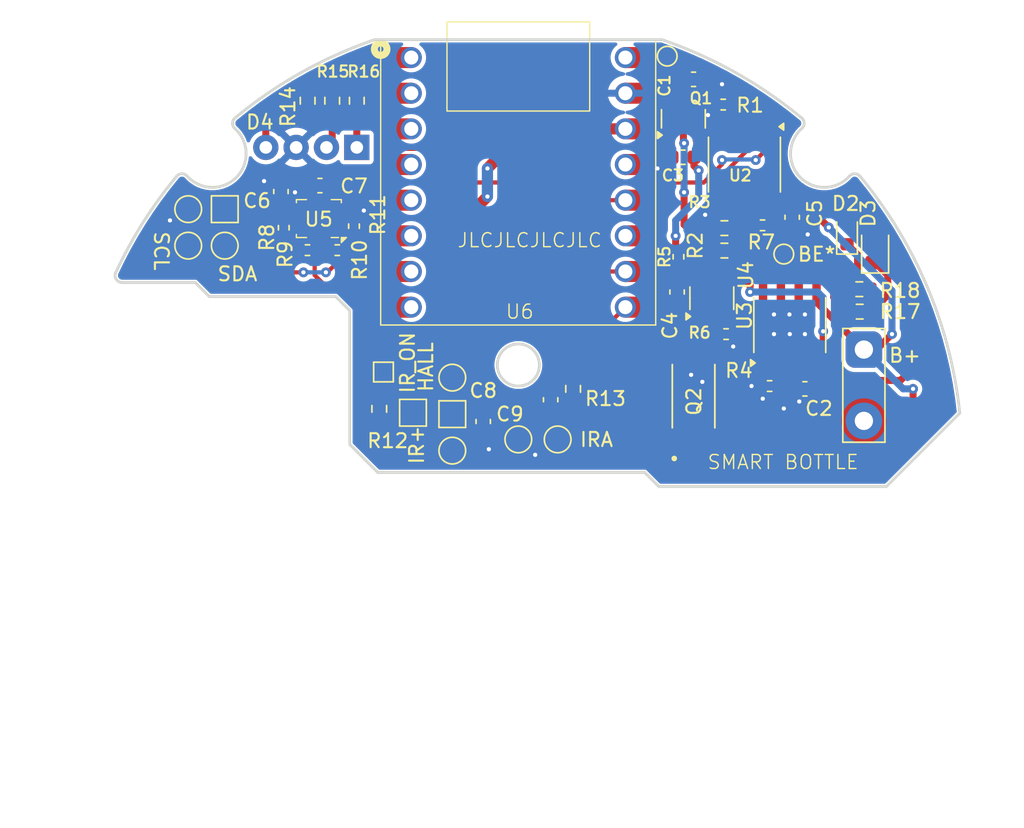
<source format=kicad_pcb>
(kicad_pcb (version 20241229) (generator "pcbnew") (generator_version "9.0")
  (layers (0 "F.Cu" signal) (2 "B.Cu" power) (13 "F.Paste" user) (15 "B.Paste" user) (5 "F.SilkS" user "F.Silkscreen") (7 "B.SilkS" user "B.Silkscreen") (1 "F.Mask" user) (3 "B.Mask" user) (25 "Edge.Cuts" user))
  (net 0 "")
  (net 1 "Vin")
  (net 2 "GND")
  (net 3 "+BATT")
  (net 4 "-BATT")
  (net 5 "Net-(U4-VCC)")
  (net 6 "+3.3V")
  (net 7 "Net-(D2-K)")
  (net 8 "Net-(D3-K)")
  (net 9 "IMU_SDA")
  (net 10 "IMU_SCL")
  (net 11 "Batt_En")
  (net 12 "IR_ON")
  (net 13 "Batt_En*")
  (net 14 "IR_ADC")
  (net 15 "Hall_Out")
  (net 17 "Net-(U4-OD)")
  (net 18 "Net-(U4-OC)")
  (net 20 "VCC_Sense")
  (net 21 "Net-(U3-PROG)")
  (net 22 "Net-(U4-CS)")
  (net 23 "Net-(U5-CSB)")
  (net 24 "ADR")
  (net 25 "PWM_R")
  (net 26 "PWM_G")
  (net 27 "PWM_B")
  (net 28 "Net-(U3-~{STDBY})")
  (net 29 "Net-(U3-~{CHRG})")
  (net 33 "IMU_INT1")
  (net 43 "/IR")
  (net 44 "Net-(D4-BA)")
  (net 45 "Net-(D4-GA)")
  (net 46 "Net-(D4-RA)")
  (footprint "Capacitor_SMD:C_0603_1608Metric" (layer "F.Cu") (at 157.5 78.925 -90)
    (property "Reference" "C8")
    (property "Value" "100n")
  )
  (footprint "TestPoint:TestPoint_Pad_D1.5mm" (layer "F.Cu") (at 155.3 81)
    (property "Reference" "J22" (hide yes))
    (property "Value" "Conn_01x01_Pin")
  )
  (footprint "Capacitor_SMD:C_0603_1608Metric" (layer "F.Cu") (at 180.4 76.6)
    (property "Reference" "C2")
    (property "Value" "100n")
  )
  (footprint "Resistor_SMD:R_0603_1608Metric" (layer "F.Cu") (at 148.5 56.075 -90)
    (property "Reference" "R16")
    (property "Value" "220")
  )
  (footprint "Resistor_SMD:R_0402_1005Metric" (layer "F.Cu") (at 143.3 65.12 90)
    (property "Reference" "R8")
    (property "Value" "100k")
  )
  (footprint "Package_TO_SOT_SMD:SOT-23-6" (layer "F.Cu") (at 173.775 70.1425 90)
    (property "Reference" "U4")
    (property "Value" "DW01A")
  )
  (footprint "Resistor_SMD:R_0402_1005Metric" (layer "F.Cu") (at 148.3 65.01 -90)
    (property "Reference" "R11")
    (property "Value" "100k")
  )
  (footprint "Capacitor_SMD:C_0603_1608Metric" (layer "F.Cu") (at 145.875 62.12 180)
    (property "Reference" "C7")
    (property "Value" "100n")
  )
  (footprint "TestPoint:TestPoint_Pad_D1.5mm" (layer "F.Cu") (at 155.3 75.8)
    (property "Reference" "J23" (hide yes))
    (property "Value" "Conn_01x01_Pin")
  )
  (footprint "TestPoint:TestPoint_Pad_D1.5mm" (layer "F.Cu") (at 136.5 63.8 180)
    (property "Reference" "J19" (hide yes))
    (property "Value" "Conn_01x01_Pin")
  )
  (footprint "LED_SMD:LED_0805_2012Metric" (layer "F.Cu") (at 185.4 66.6625 90)
    (property "Reference" "D3")
    (property "Value" "GREEN_LED")
  )
  (footprint "Resistor_SMD:R_0402_1005Metric" (layer "F.Cu") (at 174.585 56.35 180)
    (property "Reference" "R1")
    (property "Value" "100k")
  )
  (footprint "Package_LGA:Bosch_LGA-14_3x2.5mm_P0.5mm" (layer "F.Cu") (at 145.8 64.47 180)
    (property "Reference" "U5")
    (property "Value" "BMI270")
  )
  (footprint "TestPoint:TestPoint_Pad_D1.5mm" (layer "F.Cu") (at 139.1 66.4 180)
    (property "Reference" "J4" (hide yes))
    (property "Value" "Conn_01x01_Pin")
  )
  (footprint "TestPoint:TestPoint_Pad_1.5x1.5mm" (layer "F.Cu") (at 155.3 78.4)
    (property "Reference" "J21" (hide yes))
    (property "Value" "Conn_01x01_Pin")
  )
  (footprint "TestPoint:TestPoint_Pad_1.0x1.0mm" (layer "F.Cu") (at 150.4 75.4)
    (property "Reference" "J7" (hide yes))
    (property "Value" "Conn_01x01_Pin")
  )
  (footprint "Resistor_SMD:R_0402_1005Metric" (layer "F.Cu") (at 147.11 66.72)
    (property "Reference" "R10")
    (property "Value" "2k2")
  )
  (footprint "Resistor_SMD:R_0603_1608Metric" (layer "F.Cu") (at 174.67 66.75)
    (property "Reference" "R2")
    (property "Value" "2k2")
  )
  (footprint "Resistor_SMD:R_0603_1608Metric" (layer "F.Cu") (at 163.9 76.6 -90)
    (property "Reference" "R13")
    (property "Value" "10k")
  )
  (footprint "Resistor_SMD:R_0402_1005Metric" (layer "F.Cu") (at 174.79 72.7)
    (property "Reference" "R6")
    (property "Value" "1k")
  )
  (footprint "TestPoint:TestPoint_2Pads_Pitch5.08mm_Drill1.3mm" (layer "F.Cu") (at 184.6 73.8 -90)
    (property "Reference" "J1")
    (property "Value" "Battery_Connector")
  )
  (footprint "TestPoint:TestPoint_Pad_1.5x1.5mm" (layer "F.Cu") (at 152.5 78.3)
    (property "Reference" "J8" (hide yes))
    (property "Value" "Conn_01x01_Pin")
  )
  (footprint "TestPoint:TestPoint_Pad_D1.5mm" (layer "F.Cu") (at 160 80.2)
    (property "Reference" "J25" (hide yes))
    (property "Value" "Conn_01x01_Pin")
  )
  (footprint "Capacitor_SMD:C_0603_1608Metric" (layer "F.Cu") (at 172.475 54.55)
    (property "Reference" "C1")
    (property "Value" "10u")
  )
  (footprint "LED_SMD:LED_0603_1608Metric" (layer "F.Cu") (at 183.4 65.5125 90)
    (property "Reference" "D2")
    (property "Value" "RED_LED")
  )
  (footprint "TestPoint:TestPoint_Pad_D1.0mm" (layer "F.Cu") (at 170.6 52.9)
    (property "Reference" "J12" (hide yes))
    (property "Value" "Conn_01x01_Pin")
  )
  (footprint "Package_SO:SOIC-8-1EP_3.9x4.9mm_P1.27mm_EP2.41x3.3mm" (layer "F.Cu") (at 179.325 72.055 90)
    (property "Reference" "U3")
    (property "Value" "TP4056-42-ESOP8")
  )
  (footprint "Package_TO_SOT_SMD:SOT-23" (layer "F.Cu") (at 171.75 57.3625 90)
    (property "Reference" "Q1")
    (property "Value" "AO3400A")
  )
  (footprint "Resistor_SMD:R_0603_1608Metric" (layer "F.Cu") (at 184.275 69.5 180)
    (property "Reference" "R18")
    (property "Value" "1k")
  )
  (footprint "LED_THT:LED_D5.0mm-4_RGB_Wide_Pins_Bend_Horizontally" (layer "F.Cu") (at 148.5 59.4 180)
    (property "Reference" "D4")
    (property "Value" "LED_BGKR")
  )
  (footprint "Capacitor_SMD:C_0603_1608Metric" (layer "F.Cu") (at 171.725 60.1 180)
    (property "Reference" "C3")
    (property "Value" "10u")
  )
  (footprint "Resistor_SMD:R_0603_1608Metric" (layer "F.Cu") (at 146.75 56.075 -90)
    (property "Reference" "R15")
    (property "Value" "220")
  )
  (footprint "Resistor_SMD:R_0402_1005Metric" (layer "F.Cu") (at 144.99 66.72 180)
    (property "Reference" "R9")
    (property "Value" "2k2")
  )
  (footprint "Resistor_SMD:R_0603_1608Metric" (layer "F.Cu") (at 145 56.075 -90)
    (property "Reference" "R14")
    (property "Value" "220")
  )
  (footprint "TestPoint:TestPoint_Pad_D1.5mm" (layer "F.Cu") (at 136.5 66.4 180)
    (property "Reference" "J3" (hide yes))
    (property "Value" "Conn_01x01_Pin")
  )
  (footprint "Capacitor_SMD:C_0603_1608Metric" (layer "F.Cu") (at 179.495 64.375 -90)
    (property "Reference" "C5")
    (property "Value" "100n")
  )
  (footprint "Capacitor_SMD:C_0603_1608Metric" (layer "F.Cu") (at 171.3 69.7 90)
    (property "Reference" "C4")
    (property "Value" "100n")
  )
  (footprint "Resistor_SMD:R_0603_1608Metric" (layer "F.Cu") (at 150.1 78.025 -90)
    (property "Reference" "R12")
    (property "Value" "150")
  )
  (footprint "TestPoint:TestPoint_Pad_D1.0mm" (layer "F.Cu") (at 178.9 67)
    (property "Reference" "J9" (hide yes))
    (property "Value" "Conn_01x01_Pin")
  )
  (footprint "Package_SO:SOIC-8_3.9x4.9mm_P1.27mm" (layer "F.Cu") (at 176.095 60.625 -90)
    (property "Reference" "U2")
    (property "Value" "LM393")
  )
  (footprint "Resistor_SMD:R_0603_1608Metric" (layer "F.Cu") (at 174.67 65.15 180)
    (property "Reference" "R3")
    (property "Value" "82k")
  )
  (footprint "MyLibrary:ESP32_C3_SuperMini" (layer "F.Cu") (at 160 65.7)
    (property "Reference" "U6")
    (property "Value" "ESP32_C3_SuperMini")
  )
  (footprint "Resistor_SMD:R_0402_1005Metric" (layer "F.Cu") (at 177.89 76.4 180)
    (property "Reference" "R4")
    (property "Value" "2k")
  )
  (footprint "Resistor_SMD:R_0402_1005Metric" (layer "F.Cu") (at 171.4 67.19 -90)
    (property "Reference" "R5")
    (property "Value" "100")
  )
  (footprint "TestPoint:TestPoint_Pad_1.5x1.5mm" (layer "F.Cu") (at 139.1 63.8 180)
    (property "Reference" "J18" (hide yes))
    (property "Value" "Conn_01x01_Pin")
  )
  (footprint "Resistor_SMD:R_0603_1608Metric" (layer "F.Cu") (at 184.3 71.1 180)
    (property "Reference" "R17")
    (property "Value" "1k")
  )
  (footprint "Capacitor_SMD:C_0603_1608Metric" (layer "F.Cu") (at 143.1 62.545 90)
    (property "Reference" "C6")
    (property "Value" "100n")
  )
  (footprint "Resistor_SMD:R_0402_1005Metric" (layer "F.Cu") (at 177.385 64.95)
    (property "Reference" "R7")
    (property "Value" "100k")
  )
  (footprint "TestPoint:TestPoint_Pad_D1.5mm" (layer "F.Cu") (at 162.8 80.2)
    (property "Reference" "J24" (hide yes))
    (property "Value" "Conn_01x01_Pin")
  )
  (footprint "MyLibrary:FS8205A" (layer "F.Cu") (at 172.475 77.12 90)
    (property "Reference" "Q2")
    (property "Value" "FS8205A")
  )
  (footprint "Capacitor_SMD:C_0603_1608Metric" (layer "F.Cu") (at 162.3 77.375 -90)
    (property "Reference" "C9")
    (property "Value" "10u")
  )
  (gr_arc (start 184.32779 61.458528) (mid 189.126142 69.368939) (end 191.42771 78.330049) (stroke (width 0.2)) (layer "Edge.Cuts"))
  (gr_line (start 147.000054 70.02586) (end 148.000054 71.02586) (stroke (width 0.2)) (layer "Edge.Cuts"))
  (gr_line (start 131.793654 69.02586) (end 137.000054 69.02586) (stroke (width 0.2)) (layer "Edge.Cuts"))
  (gr_arc (start 139.832722 57.298124) (mid 144.550604 54.060041) (end 149.775085 51.72586) (stroke (width 0.2)) (layer "Edge.Cuts"))
  (gr_arc (start 183.56977 61.444757) (mid 180.081993 61.544012) (end 180.181157 58.056144) (stroke (width 0.2)) (layer "Edge.Cuts"))
  (gr_line (start 148.000054 71.02586) (end 148.000054 80.557709) (stroke (width 0.2)) (layer "Edge.Cuts"))
  (gr_arc (start 183.56977 61.444757) (mid 183.951955 61.277705) (end 184.32779 61.458528) (stroke (width 0.2)) (layer "Edge.Cuts"))
  (gr_circle (center 160.000054 74.9) (end 161.500054 74.9) (stroke (width 0.2)) (fill no) (layer "Edge.Cuts"))
  (gr_arc (start 139.818951 58.056144) (mid 139.918205 61.544015) (end 136.430338 61.444757) (stroke (width 0.2)) (layer "Edge.Cuts"))
  (gr_arc (start 135.672318 61.458528) (mid 136.048185 61.277701) (end 136.430338 61.444757) (stroke (width 0.2)) (layer "Edge.Cuts"))
  (gr_arc (start 180.167386 57.298124) (mid 180.348239 57.673989) (end 180.181157 58.056144) (stroke (width 0.2)) (layer "Edge.Cuts"))
  (gr_arc (start 170.225026 51.72586) (mid 175.449508 54.060036) (end 180.167386 57.298124) (stroke (width 0.2)) (layer "Edge.Cuts"))
  (gr_arc (start 131.340193 68.315249) (mid 133.285359 64.747325) (end 135.672318 61.458528) (stroke (width 0.2)) (layer "Edge.Cuts"))
  (gr_line (start 137.000054 69.02586) (end 138.000054 70.02586) (stroke (width 0.2)) (layer "Edge.Cuts"))
  (gr_line (start 186.200054 83.557705) (end 191.42771 78.330049) (stroke (width 0.2)) (layer "Edge.Cuts"))
  (gr_line (start 169.000054 82.557705) (end 170.000054 83.557705) (stroke (width 0.2)) (layer "Edge.Cuts"))
  (gr_arc (start 139.818951 58.056144) (mid 139.651966 57.67399) (end 139.832722 57.298124) (stroke (width 0.2)) (layer "Edge.Cuts"))
  (gr_arc (start 131.793654 69.02586) (mid 131.372142 68.794848) (end 131.340193 68.315249) (stroke (width 0.2)) (layer "Edge.Cuts"))
  (gr_line (start 150.000054 82.557709) (end 169.000054 82.557709) (stroke (width 0.2)) (layer "Edge.Cuts"))
  (gr_line (start 170.225026 51.72586) (end 149.775085 51.72586) (stroke (width 0.2)) (layer "Edge.Cuts"))
  (gr_line (start 148.000054 80.557709) (end 150.000054 82.557709) (stroke (width 0.2)) (layer "Edge.Cuts"))
  (gr_line (start 138.000054 70.02586) (end 147.000054 70.02586) (stroke (width 0.2)) (layer "Edge.Cuts"))
  (gr_line (start 170.000054 83.557705) (end 186.200054 83.557705) (stroke (width 0.2)) (layer "Edge.Cuts"))
  (gr_text "SDA" (at 138.5 69 0) (layer "F.SilkS") (effects (font (size 1 1)) (justify left bottom)))
  (gr_text "B+" (at 186.3 74.8 0) (layer "F.SilkS") (effects (font (size 1 1)) (justify left bottom)))
  (gr_text "SCL" (at 134 65.3 270) (layer "F.SilkS") (effects (font (size 1 1)) (justify left bottom)))
  (gr_text "HALL\n" (at 154 76.9 90) (layer "F.SilkS") (effects (font (size 1 1)) (justify left bottom)))
  (gr_text "IR_ON" (at 152.7 77 90) (layer "F.SilkS") (effects (font (size 1 1)) (justify left bottom)))
  (gr_text "BE*" (at 179.8 67.6 0) (layer "F.SilkS") (effects (font (size 1 1)) (justify left bottom)))
  (gr_text "JLCJLCJLCJLC" (at 155.6 66.6 0) (layer "F.SilkS") (effects (font (size 1 1) (thickness 0.1)) (justify left bottom)))
  (gr_text "IR+" (at 153.35 82.05 90) (layer "F.SilkS") (effects (font (size 1 1)) (justify left bottom)))
  (gr_text "SMART BOTTLE" (at 173.4 82.4 0) (layer "F.SilkS") (effects (font (size 1 1) (thickness 0.1)) (justify left bottom)))
  (gr_text "IRA" (at 164.3 80.8 0) (layer "F.SilkS") (effects (font (size 1 1)) (justify left bottom)))
  (segment (start 173.845 66.75) (end 174.05 66.75) (width 0.5) (layer "F.Cu") (net 1))
  (segment (start 181.7 74.06) (end 181.23 74.53) (width 0.5) (layer "F.Cu") (net 1))
  (segment (start 168.12 53) (end 170.15 53) (width 0.8) (layer "F.Cu") (net 1))
  (segment (start 181.175 76.6) (end 181.8 76.6) (width 0.5) (layer "F.Cu") (net 1))
  (segment (start 171.75 59.05) (end 171.8 59.1) (width 0.5) (layer "F.Cu") (net 1))
  (segment (start 181.23 76.57) (end 181.2 76.6) (width 0.5) (layer "F.Cu") (net 1))
  (segment (start 171.75 56.425) (end 171.75 54.6) (width 0.5) (layer "F.Cu") (net 1))
  (segment (start 181.23 76.545) (end 181.175 76.6) (width 0.5) (layer "F.Cu") (net 1))
  (segment (start 170.15 53) (end 171.7 54.55) (width 0.8) (layer "F.Cu") (net 1))
  (segment (start 184.4 64.725) (end 185.4 65.725) (width 0.5) (layer "F.Cu") (net 1))
  (segment (start 173.65 66.75) (end 173.845 66.75) (width 0.5) (layer "F.Cu") (net 1))
  (segment (start 181.8 76.6) (end 182.4 76) (width 0.5) (layer "F.Cu") (net 1))
  (segment (start 174.05 66.75) (end 176.5 69.2) (width 0.5) (layer "F.Cu") (net 1))
  (segment (start 181.7 72.5) (end 181.7 74.06) (width 0.5) (layer "F.Cu") (net 1))
  (segment (start 171.8 62.6) (end 171.8 64.9) (width 0.5) (layer "F.Cu") (net 1))
  (segment (start 182.4 76) (end 187.2 76) (width 0.5) (layer "F.Cu") (net 1))
  (segment (start 183.4 64.725) (end 184.4 64.725) (width 0.5) (layer "F.Cu") (net 1))
  (segment (start 181.23 74.53) (end 181.23 76.545) (width 0.5) (layer "F.Cu") (net 1))
  (segment (start 171.75 54.6) (end 171.7 54.55) (width 0.5) (layer "F.Cu") (net 1))
  (segment (start 176.5 69.2) (end 176.5 69.7) (width 0.5) (layer "F.Cu") (net 1))
  (segment (start 171.8 64.9) (end 173.65 66.75) (width 0.5) (layer "F.Cu") (net 1))
  (segment (start 187.2 76) (end 187.5 75.7) (width 0.5) (layer "F.Cu") (net 1))
  (segment (start 187.5 75.7) (end 187.5 69.6) (width 0.5) (layer "F.Cu") (net 1))
  (segment (start 187.5 67.825) (end 185.4 65.725) (width 0.5) (layer "F.Cu") (net 1))
  (segment (start 171.75 56.425) (end 171.75 59.05) (width 0.5) (layer "F.Cu") (net 1))
  (segment (start 187.5 69.6) (end 187.5 67.825) (width 0.5) (layer "F.Cu") (net 1))
  (via (at 171.8 59.1) (size 0.7) (drill 0.3) (layers "F.Cu" "B.Cu") (net 1))
  (via (at 171.8 62.6) (size 0.7) (drill 0.3) (layers "F.Cu" "B.Cu") (net 1))
  (via (at 181.7 72.5) (size 0.7) (drill 0.3) (layers "F.Cu" "B.Cu") (net 1))
  (via (at 176.5 69.7) (size 0.7) (drill 0.3) (layers "F.Cu" "B.Cu") (net 1))
  (segment (start 181.7 70.1) (end 181.7 71.9) (width 0.5) (layer "B.Cu") (net 1))
  (segment (start 181.7 71.9) (end 181.7 72.5) (width 0.5) (layer "B.Cu") (net 1))
  (segment (start 181.3 69.7) (end 181.7 70.1) (width 0.5) (layer "B.Cu") (net 1))
  (segment (start 176.5 69.7) (end 181.3 69.7) (width 0.5) (layer "B.Cu") (net 1))
  (segment (start 171.8 59.1) (end 171.8 62.6) (width 0.5) (layer "B.Cu") (net 1))
  (segment (start 157.5 80.5) (end 157.9 80.9) (width 0.8) (layer "F.Cu") (net 2))
  (segment (start 170.95 60.1) (end 170.9 60.1) (width 0.5) (layer "F.Cu") (net 2))
  (segment (start 160.1 80.2) (end 161.2 81.3) (width 0.8) (layer "F.Cu") (net 2))
  (segment (start 170.7 60.1) (end 169.9 60.9) (width 0.5) (layer "F.Cu") (net 2))
  (segment (start 145.8 63.4575) (end 145.8 62.82) (width 0.3) (layer "F.Cu") (net 2))
  (segment (start 174.19 57.79) (end 173.9 57.5) (width 0.5) (layer "F.Cu") (net 2))
  (segment (start 155.3 81) (end 156.2 81) (width 0.8) (layer "F.Cu") (net 2))
  (segment (start 174.15 54.55) (end 174.5 54.9) (width 0.5) (layer "F.Cu") (net 2))
  (segment (start 177.38 74.57) (end 177.42 74.53) (width 0.5) (layer "F.Cu") (net 2))
  (segment (start 173.845 65.15) (end 173.845 64.745) (width 0.5) (layer "F.Cu") (net 2))
  (segment (start 170.95 60.1) (end 170.7 60.1) (width 0.5) (layer "F.Cu") (net 2))
  (segment (start 162.3 78.15) (end 162.05 78.15) (width 0.8) (layer "F.Cu") (net 2))
  (segment (start 162.05 78.15) (end 160 80.2) (width 0.8) (layer "F.Cu") (net 2))
  (segment (start 148.3 64.5) (end 148.4 64.5) (width 0.5) (layer "F.Cu") (net 2))
  (segment (start 136.5 63.8) (end 136 63.8) (width 0.5) (layer "F.Cu") (net 2))
  (segment (start 173.25 54.55) (end 174.15 54.55) (width 0.5) (layer "F.Cu") (net 2))
  (segment (start 177.38 76.4) (end 177.38 74.57) (width 0.5) (layer "F.Cu") (net 2))
  (segment (start 180.15 65.15) (end 180.6 65.6) (width 0.5) (layer "F.Cu") (net 2))
  (segment (start 179.96 74.53) (end 179.96 76.265) (width 0.5) (layer "F.Cu") (net 2))
  (segment (start 173.9 57.5) (end 173.5 57.1) (width 0.5) (layer "F.Cu") (net 2))
  (segment (start 144.1 61.77) (end 144.75 61.77) (width 0.8) (layer "F.Cu") (net 2))
  (segment (start 145.3 63.4575) (end 145.3 62.32) (width 0.3) (layer "F.Cu") (net 2))
  (segment (start 144.1 61.77) (end 144.1 62.6) (width 0.8) (layer "F.Cu") (net 2))
  (segment (start 179.96 76.265) (end 179.625 76.6) (width 0.5) (layer "F.Cu") (net 2))
  (segment (start 144.75 61.77) (end 145.1 62.12) (width 0.8) (layer "F.Cu") (net 2))
  (segment (start 173.845 64.745) (end 173.3 64.2) (width 0.5) (layer "F.Cu") (net 2))
  (segment (start 157.5 79.7) (end 157.5 80.5) (width 0.8) (layer "F.Cu") (net 2))
  (segment (start 136 63.8) (end 135.2 64.6) (width 0.5) (layer "F.Cu") (net 2))
  (segment (start 179.495 65.15) (end 180.15 65.15) (width 0.5) (layer "F.Cu") (net 2))
  (segment (start 156.2 81) (end 157.5 79.7) (width 0.8) (layer "F.Cu") (net 2))
  (segment (start 141.93 61.77) (end 141.9 61.8) (width 0.8) (layer "F.Cu") (net 2))
  (segment (start 174.19 58.15) (end 174.19 57.79) (width 0.5) (layer "F.Cu") (net 2))
  (segment (start 143.1 61.77) (end 141.93 61.77) (width 0.8) (layer "F.Cu") (net 2))
  (segment (start 148.4 64.5) (end 149 63.9) (width 0.5) (layer "F.Cu") (net 2))
  (segment (start 145.8 62.82) (end 145.1 62.12) (width 0.3) (layer "F.Cu") (net 2))
  (segment (start 160 80.2) (end 160.1 80.2) (width 0.8) (layer "F.Cu") (net 2))
  (segment (start 145.3 62.32) (end 145.1 62.12) (width 0.3) (layer "F.Cu") (net 2))
  (segment (start 175.3 72.7) (end 175.3 73.58076) (width 0.5) (layer "F.Cu") (net 2))
  (segment (start 175.3 73.58076) (end 175.29538 73.58538) (width 0.5) (layer "F.Cu") (net 2))
  (segment (start 143.1 61.77) (end 144.1 61.77) (width 0.8) (layer "F.Cu") (net 2))
  (via (at 157.9 80.9) (size 0.7) (drill 0.3) (layers "F.Cu" "B.Cu") (net 2))
  (via (at 135.2 64.6) (size 0.7) (drill 0.3) (layers "F.Cu" "B.Cu") (net 2))
  (via (at 173.3 64.2) (size 0.7) (drill 0.3) (layers "F.Cu" "B.Cu") (net 2))
  (via (at 177.4 77.3) (size 0.7) (drill 0.3) (layers "F.Cu" "B.Cu") (net 2))
  (via (at 176.6 76.4) (size 0.7) (drill 0.3) (layers "F.Cu" "B.Cu") (net 2))
  (via (at 173.5 57.1) (size 0.7) (drill 0.3) (layers "F.Cu" "B.Cu") (net 2))
  (via (at 178.2 72.7) (size 0.7) (drill 0.3) (layers "F.Cu" "B.Cu") (net 2))
  (via (at 174.5 54.9) (size 0.7) (drill 0.3) (layers "F.Cu" "B.Cu") (net 2))
  (via (at 179.3 71.3) (size 0.7) (drill 0.3) (layers "F.Cu" "B.Cu") (net 2))
  (via (at 178.9 78) (size 0.7) (drill 0.3) (layers "F.Cu" "B.Cu") (net 2))
  (via (at 180.6 65.6) (size 0.7) (drill 0.3) (layers "F.Cu" "B.Cu") (net 2))
  (via (at 175.29538 73.58538) (size 0.7) (drill 0.3) (layers "F.Cu" "B.Cu") (net 2))
  (via (at 144.1 62.6) (size 0.7) (drill 0.3) (layers "F.Cu" "B.Cu") (net 2))
  (via (at 179.325 72.7) (size 0.7) (drill 0.3) (layers "F.Cu" "B.Cu") (net 2))
  (via (at 141.9 61.8) (size 0.7) (drill 0.3) (layers "F.Cu" "B.Cu") (net 2))
  (via (at 178.2 71.3) (size 0.7) (drill 0.3) (layers "F.Cu" "B.Cu") (net 2))
  (via (at 180 77.5) (size 0.7) (drill 0.3) (layers "F.Cu" "B.Cu") (net 2))
  (via (at 172.3 75.6) (size 0.7) (drill 0.3) (layers "F.Cu" "B.Cu") (net 2))
  (via (at 169.9 60.9) (size 0.7) (drill 0.3) (layers "F.Cu" "B.Cu") (net 2))
  (via (at 149 63.9) (size 0.7) (drill 0.3) (layers "F.Cu" "B.Cu") (net 2))
  (via (at 173.1 76.1) (size 0.7) (drill 0.3) (layers "F.Cu" "B.Cu") (net 2))
  (via (at 180.4 71.3) (size 0.7) (drill 0.3) (layers "F.Cu" "B.Cu") (net 2))
  (via (at 161.2 81.3) (size 0.7) (drill 0.3) (layers "F.Cu" "B.Cu") (net 2))
  (via (at 180.4 72.7) (size 0.7) (drill 0.3) (layers "F.Cu" "B.Cu") (net 2))
  (segment (start 170.3 82.9) (end 168.5 81.1) (width 0.5) (layer "F.Cu") (net 3))
  (segment (start 176.36 61.2) (end 177.4 61.2) (width 0.5) (layer "F.Cu") (net 3))
  (segment (start 185.5 73.8) (end 186.6 72.7) (width 0.5) (layer "F.Cu") (net 3))
  (segment (start 178 63.1) (end 178.995 63.1) (width 0.5) (layer "F.Cu") (net 3))
  (segment (start 184.6 73.8) (end 185.5 73.8) (width 0.5) (layer "F.Cu") (net 3))
  (segment (start 183.7 82.9) (end 170.3 82.9) (width 0.5) (layer "F.Cu") (net 3))
  (segment (start 168.5 81.1) (end 168.5 72.7) (width 0.5) (layer "F.Cu") (net 3))
  (segment (start 178 61.8) (end 178 63.1) (width 0.5) (layer "F.Cu") (net 3))
  (segment (start 171.267528 66.68) (end 171.4 66.68) (width 0.5) (layer "F.Cu") (net 3))
  (segment (start 180.6 63.6) (end 182.1 65.1) (width 0.5) (layer "F.Cu") (net 3))
  (segment (start 181.23 70.43) (end 184.6 73.8) (width 0.5) (layer "F.Cu") (net 3))
  (segment (start 178 63.1) (end 178 64.845) (width 0.5) (layer "F.Cu") (net 3))
  (segment (start 174.075 56.35) (end 174.077678 56.35) (width 0.3) (layer "F.Cu") (net 3))
  (segment (start 172.7 58.3) (end 172.7 59.9) (width 0.5) (layer "F.Cu") (net 3))
  (segment (start 171.2 66.48) (end 171.4 66.68) (width 0.5) (layer "F.Cu") (net 3))
  (segment (start 172.5 60.7) (end 172.84038 61.04038) (width 0.5) (layer "F.Cu") (net 3))
  (segment (start 169.696 71.504) (end 169.696 68.251528) (width 0.5) (layer "F.Cu") (net 3))
  (segment (start 177.4 61.2) (end 178 61.8) (width 0.5) (layer "F.Cu") (net 3))
  (segment (start 173.725 56) (end 174.075 56.35) (width 0.5) (layer "F.Cu") (net 3))
  (segment (start 174.077678 56.35) (end 175.46 57.732322) (width 0.3) (layer "F.Cu") (net 3))
  (segment (start 185.9 82.9) (end 188.1 80.7) (width 0.5) (layer "F.Cu") (net 3))
  (segment (start 179.495 63.6) (end 180.6 63.6) (width 0.5) (layer "F.Cu") (net 3))
  (segment (start 175.46 62.1) (end 175.46 63.1) (width 0.5) (layer "F.Cu") (net 3))
  (segment (start 172.7 58.3) (end 172.7 56.2) (width 0.5) (layer "F.Cu") (net 3))
  (segment (start 175.46 62.1) (end 176.36 61.2) (width 0.5) (layer "F.Cu") (net 3))
  (segment (start 183.7 82.9) (end 185.9 82.9) (width 0.5) (layer "F.Cu") (net 3))
  (segment (start 188.1 80.7) (end 188.1 76.6) (width 0.5) (layer "F.Cu") (net 3))
  (segment (start 171.2 65.7) (end 171.2 66.48) (width 0.5) (layer "F.Cu") (net 3))
  (segment (start 172.7 56.2) (end 172.9 56) (width 0.5) (layer "F.Cu") (net 3))
  (segment (start 172.9 56) (end 173.725 56) (width 0.5) (layer "F.Cu") (net 3))
  (segment (start 174.075 56.35) (end 173.976 56.449) (width 0.3) (layer "F.Cu") (net 3))
  (segment (start 175.46 57.732322) (end 175.46 58.15) (width 0.3) (layer "F.Cu") (net 3))
  (segment (start 168.5 72.7) (end 169.696 71.504) (width 0.5) (layer "F.Cu") (net 3))
  (segment (start 178 64.845) (end 177.895 64.95) (width 0.5) (layer "F.Cu") (net 3))
  (segment (start 172.7 59.9) (end 172.5 60.1) (width 0.5) (layer "F.Cu") (net 3))
  (segment (start 178.995 63.1) (end 179.495 63.6) (width 0.5) (layer "F.Cu") (net 3))
  (segment (start 169.696 68.251528) (end 171.267528 66.68) (width 0.5) (layer "F.Cu") (net 3))
  (segment (start 172.5 60.1) (end 172.5 60.7) (width 0.5) (layer "F.Cu") (net 3))
  (segment (start 181.23 69.58) (end 181.23 70.43) (width 0.5) (layer "F.Cu") (net 3))
  (via (at 171.2 65.7) (size 0.7) (drill 0.3) (layers "F.Cu" "B.Cu") (net 3))
  (via (at 186.6 72.7) (size 0.7) (drill 0.3) (layers "F.Cu" "B.Cu") (net 3))
  (via (at 182.1 65.1) (size 0.7) (drill 0.3) (layers "F.Cu" "B.Cu") (net 3))
  (via (at 188.1 76.6) (size 0.7) (drill 0.3) (layers "F.Cu" "B.Cu") (net 3))
  (via (at 172.84038 61.04038) (size 0.7) (drill 0.3) (layers "F.Cu" "B.Cu") (net 3))
  (segment (start 171.2 65.7) (end 171.2 64.6) (width 0.5) (layer "B.Cu") (net 3))
  (segment (start 172.84038 62.95962) (end 172.84038 61.04038) (width 0.5) (layer "B.Cu") (net 3))
  (segment (start 188.1 76.6) (end 187.4 76.6) (width 0.5) (layer "B.Cu") (net 3))
  (segment (start 186.6 69.6) (end 186.6 70) (width 0.5) (layer "B.Cu") (net 3))
  (segment (start 171.2 64.6) (end 172.84038 62.95962) (width 0.5) (layer "B.Cu") (net 3))
  (segment (start 183.3 66.3) (end 186.6 69.6) (width 0.5) (layer "B.Cu") (net 3))
  (segment (start 187.4 76.6) (end 184.6 73.8) (width 0.5) (layer "B.Cu") (net 3))
  (segment (start 186.6 70) (end 186.6 72.7) (width 0.5) (layer "B.Cu") (net 3))
  (segment (start 183.3 66.3) (end 182.1 65.1) (width 0.5) (layer "B.Cu") (net 3))
  (segment (start 172.142 67.7) (end 172.3335 67.8915) (width 0.5) (layer "F.Cu") (net 5))
  (segment (start 173.775 68.342501) (end 173.775 69.005) (width 0.5) (layer "F.Cu") (net 5))
  (segment (start 171.3 68.925) (end 172.3335 67.8915) (width 0.5) (layer "F.Cu") (net 5))
  (segment (start 172.3335 67.8915) (end 173.323999 67.8915) (width 0.5) (layer "F.Cu") (net 5))
  (segment (start 171.4 67.7) (end 172.142 67.7) (width 0.5) (layer "F.Cu") (net 5))
  (segment (start 173.323999 67.8915) (end 173.775 68.342501) (width 0.5) (layer "F.Cu") (net 5))
  (segment (start 155.3 78.4) (end 153.1 76.2) (width 0.8) (layer "F.Cu") (net 6))
  (segment (start 153.1 76.2) (end 153.1 74.2) (width 0.8) (layer "F.Cu") (net 6))
  (segment (start 147.47 61.3) (end 146.65 62.12) (width 0.5) (layer "F.Cu") (net 6))
  (segment (start 142.79 64.61) (end 143.3 64.61) (width 0.5) (layer "F.Cu") (net 6))
  (segment (start 146.65 62.77) (end 146.65 62.12) (width 0.3) (layer "F.Cu") (net 6))
  (segment (start 150.5 64.4) (end 155.2 64.4) (width 0.3) (layer "F.Cu") (net 6))
  (segment (start 143.5 63.72) (end 143.1 63.32) (width 0.3) (layer "F.Cu") (net 6))
  (segment (start 142.1 66.1) (end 142.1 65.3) (width 0.5) (layer "F.Cu") (net 6))
  (segment (start 159.3 59.4) (end 160.62 58.08) (width 0.5) (layer "F.Cu") (net 6))
  (segment (start 139.1 63.8) (end 139.58 63.32) (width 0.5) (layer "F.Cu") (net 6))
  (segment (start 154.2 73.1) (end 154.2 72.7) (width 0.8) (layer "F.Cu") (net 6))
  (segment (start 146.3 63.4575) (end 146.3 63.12) (width 0.3) (layer "F.Cu") (net 6))
  (segment (start 155.75 64.95) (end 157.8 62.9) (width 0.8) (layer "F.Cu") (net 6))
  (segment (start 149.9 60.52653) (end 151.02653 59.4) (width 0.5) (layer "F.Cu") (net 6))
  (segment (start 149.9 60.6) (end 149.9 60.52653) (width 0.5) (layer "F.Cu") (net 6))
  (segment (start 141.149 63.069) (end 141.4 63.32) (width 0.3) (layer "F.Cu") (net 6))
  (segment (start 141.149 61.488926) (end 141.149 63.069) (width 0.3) (layer "F.Cu") (net 6))
  (segment (start 142.72 66.72) (end 142.1 66.1) (width 0.5) (layer "F.Cu") (net 6))
  (segment (start 144.48 66.72) (end 142.72 66.72) (width 0.5) (layer "F.Cu") (net 6))
  (segment (start 163.9 75.775) (end 163.125 75.775) (width 0.8) (layer "F.Cu") (net 6))
  (segment (start 157.8 60.9) (end 160.62 58.08) (width 0.8) (layer "F.Cu") (net 6))
  (segment (start 149.2 61.3) (end 147.47 61.3) (width 0.5) (layer "F.Cu") (net 6))
  (segment (start 147.62 66.72) (end 148.18 66.72) (width 0.3) (layer "F.Cu") (net 6))
  (segment (start 141.4 63.32) (end 143.1 63.32) (width 0.5) (layer "F.Cu") (net 6))
  (segment (start 142.1 65.3) (end 142.79 64.61) (width 0.5) (layer "F.Cu") (net 6))
  (segment (start 143.3 64.61) (end 143.3 63.52) (width 0.5) (layer "F.Cu") (net 6))
  (segment (start 149.9 60.6) (end 149.2 61.3) (width 0.5) (layer "F.Cu") (net 6))
  (segment (start 157.25 78.4) (end 157.5 78.15) (width 0.8) (layer "F.Cu") (net 6))
  (segment (start 155.2 64.4) (end 155.75 64.95) (width 0.3) (layer "F.Cu") (net 6))
  (segment (start 153.1 74.2) (end 154.2 73.1) (width 0.8) (layer "F.Cu") (net 6))
  (segment (start 146.3 63.12) (end 146.65 62.77) (width 0.3) (layer "F.Cu") (net 6))
  (segment (start 155.3 78.4) (end 157.25 78.4) (width 0.8) (layer "F.Cu") (net 6))
  (segment (start 141.668926 60.969) (end 141.149 61.488926) (width 0.3) (layer "F.Cu") (net 6))
  (segment (start 151.02653 59.4) (end 159.3 59.4) (width 0.5) (layer "F.Cu") (net 6))
  (segment (start 139.58 63.32) (end 141.4 63.32) (width 0.5) (layer "F.Cu") (net 6))
  (segment (start 143.3 63.52) (end 143.1 63.32) (width 0.5) (layer "F.Cu") (net 6))
  (segment (start 146.65 62.12) (end 145.499 60.969) (width 0.3) (layer "F.Cu") (net 6))
  (segment (start 160.62 58.08) (end 167.62 58.08) (width 0.8) (layer "F.Cu") (net 6))
  (segment (start 148.18 66.72) (end 150.5 64.4) (width 0.3) (layer "F.Cu") (net 6))
  (segment (start 163.125 75.775) (end 162.3 76.6) (width 0.8) (layer "F.Cu") (net 6))
  (segment (start 144.5375 63.72) (end 143.5 63.72) (width 0.3) (layer "F.Cu") (net 6))
  (segment (start 154.2 72.7) (end 154.2 66.5) (width 0.8) (layer "F.Cu") (net 6))
  (segment (start 154.2 66.5) (end 155.75 64.95) (width 0.8) (layer "F.Cu") (net 6))
  (segment (start 145.499 60.969) (end 141.668926 60.969) (width 0.3) (layer "F.Cu") (net 6))
  (via (at 157.8 60.9) (size 0.7) (drill 0.3) (layers "F.Cu" "B.Cu") (net 6))
  (via (at 157.8 62.9) (size 0.7) (drill 0.3) (layers "F.Cu" "B.Cu") (net 6))
  (segment (start 157.8 62.9) (end 157.8 60.9) (width 0.8) (layer "B.Cu") (net 6))
  (segment (start 184.151 68.551) (end 184.151 67.051) (width 0.5) (layer "F.Cu") (net 7))
  (segment (start 184.151 67.051) (end 183.4 66.3) (width 0.5) (layer "F.Cu") (net 7))
  (segment (start 185.1 69.5) (end 184.151 68.551) (width 0.5) (layer "F.Cu") (net 7))
  (segment (start 186.3 69.925) (end 186.3 68.5) (width 0.5) (layer "F.Cu") (net 8))
  (segment (start 185.125 71.1) (end 186.3 69.925) (width 0.5) (layer "F.Cu") (net 8))
  (segment (start 186.3 68.5) (end 185.4 67.6) (width 0.5) (layer "F.Cu") (net 8))
  (segment (start 150.5 65.9) (end 151.68 65.9) (width 0.3) (layer "F.Cu") (net 9))
  (segment (start 146.6 66.72) (end 146.6 67.4) (width 0.3) (layer "F.Cu") (net 9))
  (segment (start 146.7 67.5) (end 147.1 67.5) (width 0.3) (layer "F.Cu") (net 9))
  (segment (start 147.1 67.5) (end 147.1 67.6) (width 0.3) (layer "F.Cu") (net 9))
  (segment (start 144.7 68.3) (end 141 68.3) (width 0.3) (layer "F.Cu") (net 9))
  (segment (start 146.3 65.4825) (end 146.3 66.42) (width 0.3) (layer "F.Cu") (net 9))
  (segment (start 146.3 66.42) (end 146.6 66.72) (width 0.3) (layer "F.Cu") (net 9))
  (segment (start 148.9 67.5) (end 150.5 65.9) (width 0.3) (layer "F.Cu") (net 9))
  (segment (start 151.68 65.9) (end 151.88 65.7) (width 0.3) (layer "F.Cu") (net 9))
  (segment (start 146.4 68.3) (end 146.3 68.3) (width 0.3) (layer "F.Cu") (net 9))
  (segment (start 141 68.3) (end 139.1 66.4) (width 0.3) (layer "F.Cu") (net 9))
  (segment (start 147.1 67.5) (end 148.9 67.5) (width 0.3) (layer "F.Cu") (net 9))
  (segment (start 147.1 67.6) (end 146.4 68.3) (width 0.3) (layer "F.Cu") (net 9))
  (segment (start 146.6 67.4) (end 146.7 67.5) (width 0.3) (layer "F.Cu") (net 9))
  (via (at 146.3 68.3) (size 0.7) (drill 0.3) (layers "F.Cu" "B.Cu") (net 9))
  (via (at 144.7 68.3) (size 0.7) (drill 0.3) (layers "F.Cu" "B.Cu") (net 9))
  (segment (start 146.3 68.3) (end 144.7 68.3) (width 0.3) (layer "B.Cu") (net 9))
  (segment (start 145.8 66.42) (end 145.5 66.72) (width 0.3) (layer "F.Cu") (net 10))
  (segment (start 136.5 66.4) (end 139.3 69.2) (width 0.3) (layer "F.Cu") (net 10))
  (segment (start 145.5 66.72) (end 145.5 68.5) (width 0.3) (layer "F.Cu") (net 10))
  (segment (start 145.5 68.5) (end 146.2 69.2) (width 0.3) (layer "F.Cu") (net 10))
  (segment (start 146.2 69.2) (end 150.92 69.2) (width 0.3) (layer "F.Cu") (net 10))
  (segment (start 145.8 65.4825) (end 145.8 66.42) (width 0.3) (layer "F.Cu") (net 10))
  (segment (start 139.3 69.2) (end 146.2 69.2) (width 0.3) (layer "F.Cu") (net 10))
  (segment (start 150.92 69.2) (end 151.88 68.24) (width 0.3) (layer "F.Cu") (net 10))
  (segment (start 168.12 60.62) (end 169.4 61.9) (width 0.3) (layer "F.Cu") (net 11))
  (segment (start 178 57.175001) (end 177.174999 56.35) (width 0.5) (layer "F.Cu") (net 11))
  (segment (start 178 59.2) (end 178 58.15) (width 0.3) (layer "F.Cu") (net 11))
  (segment (start 173.2 61.9) (end 174.5 60.6) (width 0.3) (layer "F.Cu") (net 11))
  (segment (start 177.174999 56.35) (end 175.095 56.35) (width 0.5) (layer "F.Cu") (net 11))
  (segment (start 174.5 60.6) (end 174.5 60.3) (width 0.3) (layer "F.Cu") (net 11))
  (segment (start 178 58.15) (end 178 57.175001) (width 0.5) (layer "F.Cu") (net 11))
  (segment (start 170.8 58.3) (end 168.48 60.62) (width 0.3) (layer "F.Cu") (net 11))
  (segment (start 168.48 60.62) (end 168.12 60.62) (width 0.3) (layer "F.Cu") (net 11))
  (segment (start 169.4 61.9) (end 173.2 61.9) (width 0.3) (layer "F.Cu") (net 11))
  (segment (start 176.9 60.3) (end 178 59.2) (width 0.3) (layer "F.Cu") (net 11))
  (via (at 176.9 60.3) (size 0.7) (drill 0.3) (layers "F.Cu" "B.Cu") (net 11))
  (via (at 174.5 60.3) (size 0.7) (drill 0.3) (layers "F.Cu" "B.Cu") (net 11))
  (segment (start 176.85962 60.25962) (end 176.9 60.3) (width 0.3) (layer "B.Cu") (net 11))
  (segment (start 174.54038 60.25962) (end 176.85962 60.25962) (width 0.3) (layer "B.Cu") (net 11))
  (segment (start 174.5 60.3) (end 174.54038 60.25962) (width 0.3) (layer "B.Cu") (net 11))
  (segment (start 150.4 75.4) (end 150.4 72.26) (width 0.5) (layer "F.Cu") (net 12))
  (segment (start 150.4 76.9) (end 150.1 77.2) (width 0.5) (layer "F.Cu") (net 12))
  (segment (start 150.4 75.4) (end 150.4 76.9) (width 0.5) (layer "F.Cu") (net 12))
  (segment (start 150.4 72.26) (end 151.88 70.78) (width 0.5) (layer "F.Cu") (net 12))
  (segment (start 176.875 64.95) (end 176.875 67.675) (width 0.5) (layer "F.Cu") (net 13))
  (segment (start 176.73 63.1) (end 176.73 64.805) (width 0.5) (layer "F.Cu") (net 13))
  (segment (start 176.73 64.805) (end 176.875 64.95) (width 0.5) (layer "F.Cu") (net 13))
  (segment (start 178.9 67) (end 177.42 68.48) (width 0.5) (layer "F.Cu") (net 13))
  (segment (start 177.42 68.48) (end 177.42 69.58) (width 0.5) (layer "F.Cu") (net 13))
  (segment (start 177.42 69.58) (end 177.42 68.22) (width 0.5) (layer "F.Cu") (net 13))
  (segment (start 177.42 68.22) (end 176.875 67.675) (width 0.5) (layer "F.Cu") (net 13))
  (segment (start 163.9 77.425) (end 166.5 74.825) (width 0.3) (layer "F.Cu") (net 14))
  (segment (start 163.9 77.425) (end 163.9 79.1) (width 0.3) (layer "F.Cu") (net 14))
  (segment (start 163.9 79.1) (end 162.8 80.2) (width 0.3) (layer "F.Cu") (net 14))
  (segment (start 166.5 74.825) (end 166.5 71.9) (width 0.3) (layer "F.Cu") (net 14))
  (segment (start 166.5 71.9) (end 167.62 70.78) (width 0.3) (layer "F.Cu") (net 14))
  (segment (start 168.12 68.24) (end 158.06 68.24) (width 0.3) (layer "F.Cu") (net 15))
  (segment (start 155.3 71) (end 155.3 75.8) (width 0.3) (layer "F.Cu") (net 15))
  (segment (start 158.06 68.24) (end 155.3 71) (width 0.3) (layer "F.Cu") (net 15))
  (segment (start 170.5 73.605) (end 172.825 71.28) (width 0.3) (layer "F.Cu") (net 17))
  (segment (start 173.45 80) (end 173.45 79.201514) (width 0.3) (layer "F.Cu") (net 17))
  (segment (start 172.748486 78.5) (end 171.9 78.5) (width 0.3) (layer "F.Cu") (net 17))
  (segment (start 171.9 78.5) (end 170.5 77.1) (width 0.3) (layer "F.Cu") (net 17))
  (segment (start 173.45 79.201514) (end 172.748486 78.5) (width 0.3) (layer "F.Cu") (net 17))
  (segment (start 170.5 77.1) (end 170.5 73.605) (width 0.3) (layer "F.Cu") (net 17))
  (segment (start 175.8 74.5) (end 173.71 74.5) (width 0.3) (layer "F.Cu") (net 18))
  (segment (start 174.725 71.28) (end 174.845 71.4) (width 0.3) (layer "F.Cu") (net 18))
  (segment (start 176.3 72.2) (end 176.3 74) (width 0.3) (layer "F.Cu") (net 18))
  (segment (start 175.5 71.4) (end 176.3 72.2) (width 0.3) (layer "F.Cu") (net 18))
  (segment (start 176.3 74) (end 175.8 74.5) (width 0.3) (layer "F.Cu") (net 18))
  (segment (start 173.71 74.5) (end 173.45 74.24) (width 0.3) (layer "F.Cu") (net 18))
  (segment (start 174.845 71.4) (end 175.5 71.4) (width 0.3) (layer "F.Cu") (net 18))
  (segment (start 174.19 61.71) (end 176.73 59.17) (width 0.3) (layer "F.Cu") (net 20))
  (segment (start 175.495 65.15) (end 174.19 63.845) (width 0.3) (layer "F.Cu") (net 20))
  (segment (start 176.73 59.17) (end 176.73 58.15) (width 0.3) (layer "F.Cu") (net 20))
  (segment (start 175.495 65.15) (end 175.495 66.75) (width 0.3) (layer "F.Cu") (net 20))
  (segment (start 174.19 63.845) (end 174.19 63.1) (width 0.3) (layer "F.Cu") (net 20))
  (segment (start 174.19 63.1) (end 174.19 61.71) (width 0.3) (layer "F.Cu") (net 20))
  (segment (start 178.69 76.11) (end 178.4 76.4) (width 0.3) (layer "F.Cu") (net 21))
  (segment (start 178.69 74.53) (end 178.69 76.11) (width 0.3) (layer "F.Cu") (net 21))
  (segment (start 173.775 72.195) (end 173.775 71.28) (width 0.5) (layer "F.Cu") (net 22))
  (segment (start 174.28 72.7) (end 173.775 72.195) (width 0.5) (layer "F.Cu") (net 22))
  (segment (start 145.0625 65.72) (end 143.39 65.72) (width 0.3) (layer "F.Cu") (net 23))
  (segment (start 143.39 65.72) (end 143.3 65.63) (width 0.3) (layer "F.Cu") (net 23))
  (segment (start 145.3 65.4825) (end 145.0625 65.72) (width 0.3) (layer "F.Cu") (net 23))
  (segment (start 148 65.22) (end 148.3 65.52) (width 0.3) (layer "F.Cu") (net 24))
  (segment (start 147.0625 65.22) (end 148 65.22) (width 0.3) (layer "F.Cu") (net 24))
  (segment (start 147.709636 53.299) (end 148.5 53.299) (width 0.5) (layer "F.Cu") (net 25))
  (segment (start 145.95 54.3) (end 146.708636 54.3) (width 0.5) (layer "F.Cu") (net 25))
  (segment (start 148.5 53.299) (end 148.799 53) (width 0.5) (layer "F.Cu") (net 25))
  (segment (start 148.799 53) (end 152.38 53) (width 0.5) (layer "F.Cu") (net 25))
  (segment (start 145 55.25) (end 145.95 54.3) (width 0.5) (layer "F.Cu") (net 25))
  (segment (start 146.708636 54.3) (end 147.709636 53.299) (width 0.5) (layer "F.Cu") (net 25))
  (segment (start 146.75 55.25) (end 148 54) (width 0.5) (layer "F.Cu") (net 26))
  (segment (start 148 54) (end 150.34 54) (width 0.5) (layer "F.Cu") (net 26))
  (segment (start 150.34 54) (end 151.88 55.54) (width 0.5) (layer "F.Cu") (net 26))
  (segment (start 151.88 58.08) (end 151.33 58.08) (width 0.5) (layer "F.Cu") (net 27))
  (segment (start 151.33 58.08) (end 148.5 55.25) (width 0.5) (layer "F.Cu") (net 27))
  (segment (start 182.45 68.25) (end 181.75 67.55) (width 0.5) (layer "F.Cu") (net 28))
  (segment (start 181.75 67.55) (end 181.05 67.55) (width 0.5) (layer "F.Cu") (net 28))
  (segment (start 179.96 68.64) (end 179.96 69.58) (width 0.5) (layer "F.Cu") (net 28))
  (segment (start 182.45 70.075) (end 182.45 68.25) (width 0.5) (layer "F.Cu") (net 28))
  (segment (start 183.475 71.1) (end 182.45 70.075) (width 0.5) (layer "F.Cu") (net 28))
  (segment (start 181.05 67.55) (end 179.96 68.64) (width 0.5) (layer "F.Cu") (net 28))
  (segment (start 181.891364 66.7) (end 183.45 68.258636) (width 0.5) (layer "F.Cu") (net 29))
  (segment (start 183.45 68.258636) (end 183.45 69.5) (width 0.5) (layer "F.Cu") (net 29))
  (segment (start 180.595001 66.7) (end 181.891364 66.7) (width 0.5) (layer "F.Cu") (net 29))
  (segment (start 178.69 68.605001) (end 178.69 69.58) (width 0.5) (layer "F.Cu") (net 29))
  (segment (start 180.595001 66.7) (end 178.69 68.605001) (width 0.5) (layer "F.Cu") (net 29))
  (segment (start 149.2 61.9) (end 164.6 61.9) (width 0.3) (layer "F.Cu") (net 33))
  (segment (start 147.0625 63.72) (end 147.38 63.72) (width 0.3) (layer "F.Cu") (net 33))
  (segment (start 147.38 63.72) (end 149.2 61.9) (width 0.3) (layer "F.Cu") (net 33))
  (segment (start 165.86 63.16) (end 167.62 63.16) (width 0.3) (layer "F.Cu") (net 33))
  (segment (start 164.6 61.9) (end 165.86 63.16) (width 0.3) (layer "F.Cu") (net 33))
  (segment (start 150.1 78.85) (end 151.95 78.85) (width 0.5) (layer "F.Cu") (net 43))
  (segment (start 151.95 78.85) (end 152.5 78.3) (width 0.5) (layer "F.Cu") (net 43))
  (segment (start 148.5 56.9) (end 148.5 59.4) (width 0.5) (layer "F.Cu") (net 44))
  (segment (start 146.75 58.991) (end 146.341 59.4) (width 0.5) (layer "F.Cu") (net 45))
  (segment (start 146.75 56.9) (end 146.75 58.991) (width 0.5) (layer "F.Cu") (net 45))
  (segment (start 145 56.9) (end 145 57) (width 0.5) (layer "F.Cu") (net 46))
  (segment (start 142.023 57.877) (end 143 56.9) (width 0.5) (layer "F.Cu") (net 46))
  (segment (start 142.023 59.4) (end 142.023 57.877) (width 0.5) (layer "F.Cu") (net 46))
  (segment (start 143 56.9) (end 145 56.9) (width 0.5) (layer "F.Cu") (net 46))
  (zone (net 4) (net_name "-BATT") (layer "F.Cu") (priority 3) (connect_pads yes (clearance 0.3)) (min_thickness 0.25) (fill yes (thermal_gap 0.5) (thermal_bridge_width 0.5))
    (polygon (pts (xy 173.3 68.4) (xy 173.3 69.6) (xy 173 69.9) (xy 172.7 69.9) (xy 172 70.6) (xy 172 71.3) (xy 170 73.3) (xy 170 80.4) (xy 170.8 81.2) (xy 173.2 81.2) (xy 173.2 82.3) (xy 170.3 82.3) (xy 169 81) (xy 169 73) (xy 170.3 71.7) (xy 170.3 70.4) (xy 170.8 69.9) (xy 171.9 69.9) (xy 172.4 69.4) (xy 172.4 68.4)))
  )
  (zone (net 6) (net_name "+3.3V") (layer "F.Cu") (priority 4) (connect_pads yes (clearance 0.3)) (min_thickness 0.25) (fill yes (thermal_gap 0.5) (thermal_bridge_width 0.5))
    (polygon (pts (xy 154.3 79.5) (xy 154.3 77.3) (xy 154.4 77.2) (xy 160.1 77.2) (xy 162.6 74.7) (xy 164.5 74.7) (xy 165 75.2) (xy 165 75.9) (xy 164.3 76.6) (xy 163.075 76.6) (xy 162.3 77.375) (xy 160.7 77.375) (xy 159.2 78.875) (xy 159.2 78.925) (xy 156.875 78.925) (xy 156.2 79.6) (xy 154.4 79.6)))
  )
  (zone (net 2) (net_name "GND") (layer "F.Cu") (priority 1) (connect_pads yes (clearance 0.3)) (min_thickness 0.25) (fill yes (thermal_gap 0.5) (thermal_bridge_width 0.5))
    (polygon (pts (xy 171.9 73.4) (xy 171.9 76.2) (xy 174.7 79) (xy 179.9 79) (xy 180.4 78.5) (xy 180.4 73.6) (xy 179.4 73.6) (xy 179.2 73.8) (xy 179.2 77.2) (xy 179 77.4) (xy 178 77.4) (xy 177.899472 77.299472) (xy 177.89 73.7) (xy 177.79 73.6) (xy 177.1 73.6) (xy 176.9 73.8) (xy 176.9 75.8) (xy 173.4 75.8) (xy 173 75.4) (xy 173 73.5) (xy 172.9 73.4)))
  )
  (zone (net 4) (net_name "-BATT") (layer "F.Cu") (connect_pads yes (clearance 0.3)) (min_thickness 0.25) (fill yes (thermal_gap 0.5) (thermal_bridge_width 0.5))
    (polygon (pts (xy 186.6 76.9) (xy 182.6 76.9) (xy 178.3 81.2) (xy 173.2 81.2) (xy 172.9 80.9) (xy 172.9 79.2) (xy 172 79.2) (xy 172 81.8) (xy 172.5 82.3) (xy 185.5 82.3) (xy 187.4 80.4) (xy 187.4 77.7)))
  )
  (zone (net 2) (net_name "GND") (layer "B.Cu") (priority 2) (connect_pads (clearance 0.3)) (min_thickness 0.25) (fill yes (thermal_gap 0.5) (thermal_bridge_width 0.5))
    (polygon (pts (xy 195.7 48.9) (xy 196 49.2) (xy 196 104.7) (xy 192.8 107.9) (xy 130.5 107.9) (xy 123.1 100.5) (xy 123.1 50.5) (xy 124.7 48.9)))
  )
)
</source>
